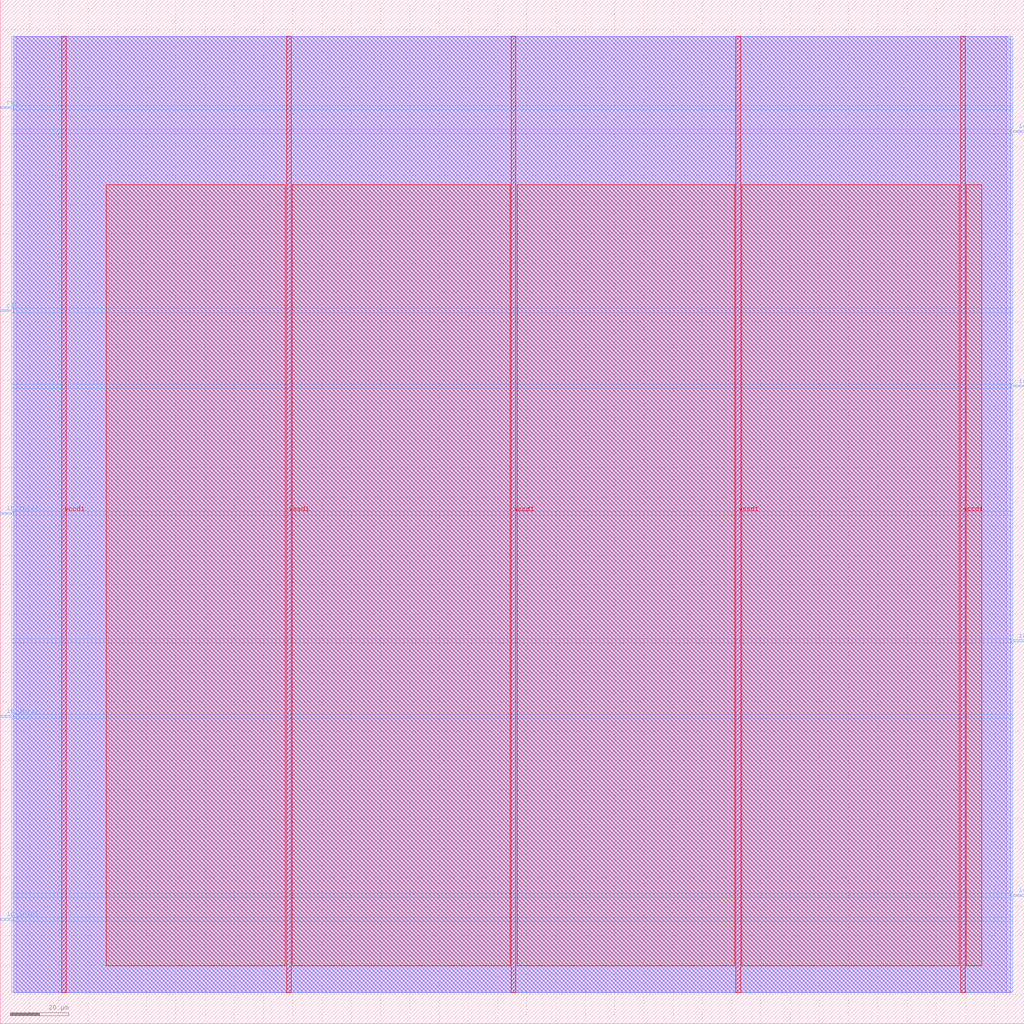
<source format=lef>
VERSION 5.7 ;
  NOWIREEXTENSIONATPIN ON ;
  DIVIDERCHAR "/" ;
  BUSBITCHARS "[]" ;
MACRO posit_unit
  CLASS BLOCK ;
  FOREIGN posit_unit ;
  ORIGIN 0.000 0.000 ;
  SIZE 350.000 BY 350.000 ;
  PIN clk
    DIRECTION INPUT ;
    USE SIGNAL ;
    PORT
      LAYER met3 ;
        RECT 0.000 243.480 4.000 244.080 ;
    END
  END clk
  PIN io_in[0]
    DIRECTION INPUT ;
    USE SIGNAL ;
    PORT
      LAYER met3 ;
        RECT 0.000 35.400 4.000 36.000 ;
    END
  END io_in[0]
  PIN io_in[1]
    DIRECTION INPUT ;
    USE SIGNAL ;
    PORT
      LAYER met3 ;
        RECT 0.000 104.760 4.000 105.360 ;
    END
  END io_in[1]
  PIN io_in[2]
    DIRECTION INPUT ;
    USE SIGNAL ;
    PORT
      LAYER met3 ;
        RECT 0.000 174.120 4.000 174.720 ;
    END
  END io_in[2]
  PIN io_out[0]
    DIRECTION OUTPUT TRISTATE ;
    USE SIGNAL ;
    PORT
      LAYER met3 ;
        RECT 346.000 43.560 350.000 44.160 ;
    END
  END io_out[0]
  PIN io_out[1]
    DIRECTION OUTPUT TRISTATE ;
    USE SIGNAL ;
    PORT
      LAYER met3 ;
        RECT 346.000 130.600 350.000 131.200 ;
    END
  END io_out[1]
  PIN io_out[2]
    DIRECTION OUTPUT TRISTATE ;
    USE SIGNAL ;
    PORT
      LAYER met3 ;
        RECT 346.000 217.640 350.000 218.240 ;
    END
  END io_out[2]
  PIN io_out[3]
    DIRECTION OUTPUT TRISTATE ;
    USE SIGNAL ;
    PORT
      LAYER met3 ;
        RECT 346.000 304.680 350.000 305.280 ;
    END
  END io_out[3]
  PIN rst
    DIRECTION INPUT ;
    USE SIGNAL ;
    PORT
      LAYER met3 ;
        RECT 0.000 312.840 4.000 313.440 ;
    END
  END rst
  PIN vccd1
    DIRECTION INOUT ;
    USE POWER ;
    PORT
      LAYER met4 ;
        RECT 21.040 10.640 22.640 337.520 ;
    END
    PORT
      LAYER met4 ;
        RECT 174.640 10.640 176.240 337.520 ;
    END
    PORT
      LAYER met4 ;
        RECT 328.240 10.640 329.840 337.520 ;
    END
  END vccd1
  PIN vssd1
    DIRECTION INOUT ;
    USE GROUND ;
    PORT
      LAYER met4 ;
        RECT 97.840 10.640 99.440 337.520 ;
    END
    PORT
      LAYER met4 ;
        RECT 251.440 10.640 253.040 337.520 ;
    END
  END vssd1
  OBS
      LAYER li1 ;
        RECT 5.520 10.795 344.080 337.365 ;
      LAYER met1 ;
        RECT 4.670 10.640 345.390 337.520 ;
      LAYER met2 ;
        RECT 4.690 10.695 345.370 337.465 ;
      LAYER met3 ;
        RECT 4.000 313.840 346.000 337.445 ;
        RECT 4.400 312.440 346.000 313.840 ;
        RECT 4.000 305.680 346.000 312.440 ;
        RECT 4.000 304.280 345.600 305.680 ;
        RECT 4.000 244.480 346.000 304.280 ;
        RECT 4.400 243.080 346.000 244.480 ;
        RECT 4.000 218.640 346.000 243.080 ;
        RECT 4.000 217.240 345.600 218.640 ;
        RECT 4.000 175.120 346.000 217.240 ;
        RECT 4.400 173.720 346.000 175.120 ;
        RECT 4.000 131.600 346.000 173.720 ;
        RECT 4.000 130.200 345.600 131.600 ;
        RECT 4.000 105.760 346.000 130.200 ;
        RECT 4.400 104.360 346.000 105.760 ;
        RECT 4.000 44.560 346.000 104.360 ;
        RECT 4.000 43.160 345.600 44.560 ;
        RECT 4.000 36.400 346.000 43.160 ;
        RECT 4.400 35.000 346.000 36.400 ;
        RECT 4.000 10.715 346.000 35.000 ;
      LAYER met4 ;
        RECT 36.175 19.895 97.440 286.785 ;
        RECT 99.840 19.895 174.240 286.785 ;
        RECT 176.640 19.895 251.040 286.785 ;
        RECT 253.440 19.895 327.840 286.785 ;
        RECT 330.240 19.895 335.505 286.785 ;
  END
END posit_unit
END LIBRARY


</source>
